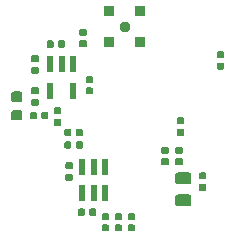
<source format=gbr>
G04 #@! TF.GenerationSoftware,KiCad,Pcbnew,5.99.0-unknown-4135f0c~100~ubuntu18.04.1*
G04 #@! TF.CreationDate,2019-10-31T11:44:58-04:00*
G04 #@! TF.ProjectId,tia,7469612e-6b69-4636-9164-5f7063625858,rev?*
G04 #@! TF.SameCoordinates,Original*
G04 #@! TF.FileFunction,Paste,Top*
G04 #@! TF.FilePolarity,Positive*
%FSLAX46Y46*%
G04 Gerber Fmt 4.6, Leading zero omitted, Abs format (unit mm)*
G04 Created by KiCad (PCBNEW 5.99.0-unknown-4135f0c~100~ubuntu18.04.1) date 2019-10-31 11:44:58*
%MOMM*%
%LPD*%
G04 APERTURE LIST*
%ADD10R,0.558800X1.473200*%
%ADD11R,0.940000X0.940000*%
%ADD12C,0.940000*%
G04 APERTURE END LIST*
G36*
X195383946Y-101741228D02*
G01*
X195431798Y-101773202D01*
X195463772Y-101821054D01*
X195475000Y-101877500D01*
X195475000Y-102222500D01*
X195463772Y-102278946D01*
X195431798Y-102326798D01*
X195383946Y-102358772D01*
X195327500Y-102370000D01*
X195032500Y-102370000D01*
X194976054Y-102358772D01*
X194928202Y-102326798D01*
X194896228Y-102278946D01*
X194885000Y-102222500D01*
X194885000Y-101877500D01*
X194896228Y-101821054D01*
X194928202Y-101773202D01*
X194976054Y-101741228D01*
X195032500Y-101730000D01*
X195327500Y-101730000D01*
X195383946Y-101741228D01*
G37*
G36*
X196353946Y-101741228D02*
G01*
X196401798Y-101773202D01*
X196433772Y-101821054D01*
X196445000Y-101877500D01*
X196445000Y-102222500D01*
X196433772Y-102278946D01*
X196401798Y-102326798D01*
X196353946Y-102358772D01*
X196297500Y-102370000D01*
X196002500Y-102370000D01*
X195946054Y-102358772D01*
X195898202Y-102326798D01*
X195866228Y-102278946D01*
X195855000Y-102222500D01*
X195855000Y-101877500D01*
X195866228Y-101821054D01*
X195898202Y-101773202D01*
X195946054Y-101741228D01*
X196002500Y-101730000D01*
X196297500Y-101730000D01*
X196353946Y-101741228D01*
G37*
D10*
X195600001Y-95242400D03*
X194650000Y-95242400D03*
X193699999Y-95242400D03*
X193699999Y-97477600D03*
X195600001Y-97477600D03*
X196399999Y-106167600D03*
X197350000Y-106167600D03*
X198300001Y-106167600D03*
X198300001Y-103932400D03*
X197350000Y-103932400D03*
X196399999Y-103932400D03*
G36*
X194528946Y-98881228D02*
G01*
X194576798Y-98913202D01*
X194608772Y-98961054D01*
X194620000Y-99017500D01*
X194620000Y-99312500D01*
X194608772Y-99368946D01*
X194576798Y-99416798D01*
X194528946Y-99448772D01*
X194472500Y-99460000D01*
X194127500Y-99460000D01*
X194071054Y-99448772D01*
X194023202Y-99416798D01*
X193991228Y-99368946D01*
X193980000Y-99312500D01*
X193980000Y-99017500D01*
X193991228Y-98961054D01*
X194023202Y-98913202D01*
X194071054Y-98881228D01*
X194127500Y-98870000D01*
X194472500Y-98870000D01*
X194528946Y-98881228D01*
G37*
G36*
X194528946Y-99851228D02*
G01*
X194576798Y-99883202D01*
X194608772Y-99931054D01*
X194620000Y-99987500D01*
X194620000Y-100282500D01*
X194608772Y-100338946D01*
X194576798Y-100386798D01*
X194528946Y-100418772D01*
X194472500Y-100430000D01*
X194127500Y-100430000D01*
X194071054Y-100418772D01*
X194023202Y-100386798D01*
X193991228Y-100338946D01*
X193980000Y-100282500D01*
X193980000Y-99987500D01*
X193991228Y-99931054D01*
X194023202Y-99883202D01*
X194071054Y-99851228D01*
X194127500Y-99840000D01*
X194472500Y-99840000D01*
X194528946Y-99851228D01*
G37*
G36*
X192628946Y-97181228D02*
G01*
X192676798Y-97213202D01*
X192708772Y-97261054D01*
X192720000Y-97317500D01*
X192720000Y-97612500D01*
X192708772Y-97668946D01*
X192676798Y-97716798D01*
X192628946Y-97748772D01*
X192572500Y-97760000D01*
X192227500Y-97760000D01*
X192171054Y-97748772D01*
X192123202Y-97716798D01*
X192091228Y-97668946D01*
X192080000Y-97612500D01*
X192080000Y-97317500D01*
X192091228Y-97261054D01*
X192123202Y-97213202D01*
X192171054Y-97181228D01*
X192227500Y-97170000D01*
X192572500Y-97170000D01*
X192628946Y-97181228D01*
G37*
G36*
X192628946Y-98151228D02*
G01*
X192676798Y-98183202D01*
X192708772Y-98231054D01*
X192720000Y-98287500D01*
X192720000Y-98582500D01*
X192708772Y-98638946D01*
X192676798Y-98686798D01*
X192628946Y-98718772D01*
X192572500Y-98730000D01*
X192227500Y-98730000D01*
X192171054Y-98718772D01*
X192123202Y-98686798D01*
X192091228Y-98638946D01*
X192080000Y-98582500D01*
X192080000Y-98287500D01*
X192091228Y-98231054D01*
X192123202Y-98183202D01*
X192171054Y-98151228D01*
X192227500Y-98140000D01*
X192572500Y-98140000D01*
X192628946Y-98151228D01*
G37*
G36*
X192628946Y-94481228D02*
G01*
X192676798Y-94513202D01*
X192708772Y-94561054D01*
X192720000Y-94617500D01*
X192720000Y-94912500D01*
X192708772Y-94968946D01*
X192676798Y-95016798D01*
X192628946Y-95048772D01*
X192572500Y-95060000D01*
X192227500Y-95060000D01*
X192171054Y-95048772D01*
X192123202Y-95016798D01*
X192091228Y-94968946D01*
X192080000Y-94912500D01*
X192080000Y-94617500D01*
X192091228Y-94561054D01*
X192123202Y-94513202D01*
X192171054Y-94481228D01*
X192227500Y-94470000D01*
X192572500Y-94470000D01*
X192628946Y-94481228D01*
G37*
G36*
X192628946Y-95451228D02*
G01*
X192676798Y-95483202D01*
X192708772Y-95531054D01*
X192720000Y-95587500D01*
X192720000Y-95882500D01*
X192708772Y-95938946D01*
X192676798Y-95986798D01*
X192628946Y-96018772D01*
X192572500Y-96030000D01*
X192227500Y-96030000D01*
X192171054Y-96018772D01*
X192123202Y-95986798D01*
X192091228Y-95938946D01*
X192080000Y-95882500D01*
X192080000Y-95587500D01*
X192091228Y-95531054D01*
X192123202Y-95483202D01*
X192171054Y-95451228D01*
X192227500Y-95440000D01*
X192572500Y-95440000D01*
X192628946Y-95451228D01*
G37*
G36*
X204818946Y-102221228D02*
G01*
X204866798Y-102253202D01*
X204898772Y-102301054D01*
X204910000Y-102357500D01*
X204910000Y-102652500D01*
X204898772Y-102708946D01*
X204866798Y-102756798D01*
X204818946Y-102788772D01*
X204762500Y-102800000D01*
X204417500Y-102800000D01*
X204361054Y-102788772D01*
X204313202Y-102756798D01*
X204281228Y-102708946D01*
X204270000Y-102652500D01*
X204270000Y-102357500D01*
X204281228Y-102301054D01*
X204313202Y-102253202D01*
X204361054Y-102221228D01*
X204417500Y-102210000D01*
X204762500Y-102210000D01*
X204818946Y-102221228D01*
G37*
G36*
X204818946Y-103191228D02*
G01*
X204866798Y-103223202D01*
X204898772Y-103271054D01*
X204910000Y-103327500D01*
X204910000Y-103622500D01*
X204898772Y-103678946D01*
X204866798Y-103726798D01*
X204818946Y-103758772D01*
X204762500Y-103770000D01*
X204417500Y-103770000D01*
X204361054Y-103758772D01*
X204313202Y-103726798D01*
X204281228Y-103678946D01*
X204270000Y-103622500D01*
X204270000Y-103327500D01*
X204281228Y-103271054D01*
X204313202Y-103223202D01*
X204361054Y-103191228D01*
X204417500Y-103180000D01*
X204762500Y-103180000D01*
X204818946Y-103191228D01*
G37*
G36*
X193438946Y-99241228D02*
G01*
X193486798Y-99273202D01*
X193518772Y-99321054D01*
X193530000Y-99377500D01*
X193530000Y-99722500D01*
X193518772Y-99778946D01*
X193486798Y-99826798D01*
X193438946Y-99858772D01*
X193382500Y-99870000D01*
X193087500Y-99870000D01*
X193031054Y-99858772D01*
X192983202Y-99826798D01*
X192951228Y-99778946D01*
X192940000Y-99722500D01*
X192940000Y-99377500D01*
X192951228Y-99321054D01*
X192983202Y-99273202D01*
X193031054Y-99241228D01*
X193087500Y-99230000D01*
X193382500Y-99230000D01*
X193438946Y-99241228D01*
G37*
G36*
X192468946Y-99241228D02*
G01*
X192516798Y-99273202D01*
X192548772Y-99321054D01*
X192560000Y-99377500D01*
X192560000Y-99722500D01*
X192548772Y-99778946D01*
X192516798Y-99826798D01*
X192468946Y-99858772D01*
X192412500Y-99870000D01*
X192117500Y-99870000D01*
X192061054Y-99858772D01*
X192013202Y-99826798D01*
X191981228Y-99778946D01*
X191970000Y-99722500D01*
X191970000Y-99377500D01*
X191981228Y-99321054D01*
X192013202Y-99273202D01*
X192061054Y-99241228D01*
X192117500Y-99230000D01*
X192412500Y-99230000D01*
X192468946Y-99241228D01*
G37*
G36*
X206808946Y-105361228D02*
G01*
X206856798Y-105393202D01*
X206888772Y-105441054D01*
X206900000Y-105497500D01*
X206900000Y-105792500D01*
X206888772Y-105848946D01*
X206856798Y-105896798D01*
X206808946Y-105928772D01*
X206752500Y-105940000D01*
X206407500Y-105940000D01*
X206351054Y-105928772D01*
X206303202Y-105896798D01*
X206271228Y-105848946D01*
X206260000Y-105792500D01*
X206260000Y-105497500D01*
X206271228Y-105441054D01*
X206303202Y-105393202D01*
X206351054Y-105361228D01*
X206407500Y-105350000D01*
X206752500Y-105350000D01*
X206808946Y-105361228D01*
G37*
G36*
X206808946Y-104391228D02*
G01*
X206856798Y-104423202D01*
X206888772Y-104471054D01*
X206900000Y-104527500D01*
X206900000Y-104822500D01*
X206888772Y-104878946D01*
X206856798Y-104926798D01*
X206808946Y-104958772D01*
X206752500Y-104970000D01*
X206407500Y-104970000D01*
X206351054Y-104958772D01*
X206303202Y-104926798D01*
X206271228Y-104878946D01*
X206260000Y-104822500D01*
X206260000Y-104527500D01*
X206271228Y-104471054D01*
X206303202Y-104423202D01*
X206351054Y-104391228D01*
X206407500Y-104380000D01*
X206752500Y-104380000D01*
X206808946Y-104391228D01*
G37*
G36*
X200778946Y-107831228D02*
G01*
X200826798Y-107863202D01*
X200858772Y-107911054D01*
X200870000Y-107967500D01*
X200870000Y-108262500D01*
X200858772Y-108318946D01*
X200826798Y-108366798D01*
X200778946Y-108398772D01*
X200722500Y-108410000D01*
X200377500Y-108410000D01*
X200321054Y-108398772D01*
X200273202Y-108366798D01*
X200241228Y-108318946D01*
X200230000Y-108262500D01*
X200230000Y-107967500D01*
X200241228Y-107911054D01*
X200273202Y-107863202D01*
X200321054Y-107831228D01*
X200377500Y-107820000D01*
X200722500Y-107820000D01*
X200778946Y-107831228D01*
G37*
G36*
X200778946Y-108801228D02*
G01*
X200826798Y-108833202D01*
X200858772Y-108881054D01*
X200870000Y-108937500D01*
X200870000Y-109232500D01*
X200858772Y-109288946D01*
X200826798Y-109336798D01*
X200778946Y-109368772D01*
X200722500Y-109380000D01*
X200377500Y-109380000D01*
X200321054Y-109368772D01*
X200273202Y-109336798D01*
X200241228Y-109288946D01*
X200230000Y-109232500D01*
X200230000Y-108937500D01*
X200241228Y-108881054D01*
X200273202Y-108833202D01*
X200321054Y-108801228D01*
X200377500Y-108790000D01*
X200722500Y-108790000D01*
X200778946Y-108801228D01*
G37*
G36*
X196678946Y-92231228D02*
G01*
X196726798Y-92263202D01*
X196758772Y-92311054D01*
X196770000Y-92367500D01*
X196770000Y-92662500D01*
X196758772Y-92718946D01*
X196726798Y-92766798D01*
X196678946Y-92798772D01*
X196622500Y-92810000D01*
X196277500Y-92810000D01*
X196221054Y-92798772D01*
X196173202Y-92766798D01*
X196141228Y-92718946D01*
X196130000Y-92662500D01*
X196130000Y-92367500D01*
X196141228Y-92311054D01*
X196173202Y-92263202D01*
X196221054Y-92231228D01*
X196277500Y-92220000D01*
X196622500Y-92220000D01*
X196678946Y-92231228D01*
G37*
G36*
X196678946Y-93201228D02*
G01*
X196726798Y-93233202D01*
X196758772Y-93281054D01*
X196770000Y-93337500D01*
X196770000Y-93632500D01*
X196758772Y-93688946D01*
X196726798Y-93736798D01*
X196678946Y-93768772D01*
X196622500Y-93780000D01*
X196277500Y-93780000D01*
X196221054Y-93768772D01*
X196173202Y-93736798D01*
X196141228Y-93688946D01*
X196130000Y-93632500D01*
X196130000Y-93337500D01*
X196141228Y-93281054D01*
X196173202Y-93233202D01*
X196221054Y-93201228D01*
X196277500Y-93190000D01*
X196622500Y-93190000D01*
X196678946Y-93201228D01*
G37*
D11*
X198680000Y-90720000D03*
X201320000Y-90720000D03*
X201320000Y-93360000D03*
X198680000Y-93360000D03*
D12*
X200000000Y-92040000D03*
G36*
X191189962Y-97541651D02*
G01*
X191260930Y-97589070D01*
X191308349Y-97660038D01*
X191325000Y-97743750D01*
X191325000Y-98181250D01*
X191308349Y-98264962D01*
X191260930Y-98335930D01*
X191189962Y-98383349D01*
X191106250Y-98400000D01*
X190593750Y-98400000D01*
X190510038Y-98383349D01*
X190439070Y-98335930D01*
X190391651Y-98264962D01*
X190375000Y-98181250D01*
X190375000Y-97743750D01*
X190391651Y-97660038D01*
X190439070Y-97589070D01*
X190510038Y-97541651D01*
X190593750Y-97525000D01*
X191106250Y-97525000D01*
X191189962Y-97541651D01*
G37*
G36*
X191189962Y-99116651D02*
G01*
X191260930Y-99164070D01*
X191308349Y-99235038D01*
X191325000Y-99318750D01*
X191325000Y-99756250D01*
X191308349Y-99839962D01*
X191260930Y-99910930D01*
X191189962Y-99958349D01*
X191106250Y-99975000D01*
X190593750Y-99975000D01*
X190510038Y-99958349D01*
X190439070Y-99910930D01*
X190391651Y-99839962D01*
X190375000Y-99756250D01*
X190375000Y-99318750D01*
X190391651Y-99235038D01*
X190439070Y-99164070D01*
X190510038Y-99116651D01*
X190593750Y-99100000D01*
X191106250Y-99100000D01*
X191189962Y-99116651D01*
G37*
G36*
X197228946Y-97201228D02*
G01*
X197276798Y-97233202D01*
X197308772Y-97281054D01*
X197320000Y-97337500D01*
X197320000Y-97632500D01*
X197308772Y-97688946D01*
X197276798Y-97736798D01*
X197228946Y-97768772D01*
X197172500Y-97780000D01*
X196827500Y-97780000D01*
X196771054Y-97768772D01*
X196723202Y-97736798D01*
X196691228Y-97688946D01*
X196680000Y-97632500D01*
X196680000Y-97337500D01*
X196691228Y-97281054D01*
X196723202Y-97233202D01*
X196771054Y-97201228D01*
X196827500Y-97190000D01*
X197172500Y-97190000D01*
X197228946Y-97201228D01*
G37*
G36*
X197228946Y-96231228D02*
G01*
X197276798Y-96263202D01*
X197308772Y-96311054D01*
X197320000Y-96367500D01*
X197320000Y-96662500D01*
X197308772Y-96718946D01*
X197276798Y-96766798D01*
X197228946Y-96798772D01*
X197172500Y-96810000D01*
X196827500Y-96810000D01*
X196771054Y-96798772D01*
X196723202Y-96766798D01*
X196691228Y-96718946D01*
X196680000Y-96662500D01*
X196680000Y-96367500D01*
X196691228Y-96311054D01*
X196723202Y-96263202D01*
X196771054Y-96231228D01*
X196827500Y-96220000D01*
X197172500Y-96220000D01*
X197228946Y-96231228D01*
G37*
G36*
X194838946Y-93191228D02*
G01*
X194886798Y-93223202D01*
X194918772Y-93271054D01*
X194930000Y-93327500D01*
X194930000Y-93672500D01*
X194918772Y-93728946D01*
X194886798Y-93776798D01*
X194838946Y-93808772D01*
X194782500Y-93820000D01*
X194487500Y-93820000D01*
X194431054Y-93808772D01*
X194383202Y-93776798D01*
X194351228Y-93728946D01*
X194340000Y-93672500D01*
X194340000Y-93327500D01*
X194351228Y-93271054D01*
X194383202Y-93223202D01*
X194431054Y-93191228D01*
X194487500Y-93180000D01*
X194782500Y-93180000D01*
X194838946Y-93191228D01*
G37*
G36*
X193868946Y-93191228D02*
G01*
X193916798Y-93223202D01*
X193948772Y-93271054D01*
X193960000Y-93327500D01*
X193960000Y-93672500D01*
X193948772Y-93728946D01*
X193916798Y-93776798D01*
X193868946Y-93808772D01*
X193812500Y-93820000D01*
X193517500Y-93820000D01*
X193461054Y-93808772D01*
X193413202Y-93776798D01*
X193381228Y-93728946D01*
X193370000Y-93672500D01*
X193370000Y-93327500D01*
X193381228Y-93271054D01*
X193413202Y-93223202D01*
X193461054Y-93191228D01*
X193517500Y-93180000D01*
X193812500Y-93180000D01*
X193868946Y-93191228D01*
G37*
G36*
X208328946Y-95101228D02*
G01*
X208376798Y-95133202D01*
X208408772Y-95181054D01*
X208420000Y-95237500D01*
X208420000Y-95532500D01*
X208408772Y-95588946D01*
X208376798Y-95636798D01*
X208328946Y-95668772D01*
X208272500Y-95680000D01*
X207927500Y-95680000D01*
X207871054Y-95668772D01*
X207823202Y-95636798D01*
X207791228Y-95588946D01*
X207780000Y-95532500D01*
X207780000Y-95237500D01*
X207791228Y-95181054D01*
X207823202Y-95133202D01*
X207871054Y-95101228D01*
X207927500Y-95090000D01*
X208272500Y-95090000D01*
X208328946Y-95101228D01*
G37*
G36*
X208328946Y-94131228D02*
G01*
X208376798Y-94163202D01*
X208408772Y-94211054D01*
X208420000Y-94267500D01*
X208420000Y-94562500D01*
X208408772Y-94618946D01*
X208376798Y-94666798D01*
X208328946Y-94698772D01*
X208272500Y-94710000D01*
X207927500Y-94710000D01*
X207871054Y-94698772D01*
X207823202Y-94666798D01*
X207791228Y-94618946D01*
X207780000Y-94562500D01*
X207780000Y-94267500D01*
X207791228Y-94211054D01*
X207823202Y-94163202D01*
X207871054Y-94131228D01*
X207927500Y-94120000D01*
X208272500Y-94120000D01*
X208328946Y-94131228D01*
G37*
G36*
X197488946Y-107441228D02*
G01*
X197536798Y-107473202D01*
X197568772Y-107521054D01*
X197580000Y-107577500D01*
X197580000Y-107922500D01*
X197568772Y-107978946D01*
X197536798Y-108026798D01*
X197488946Y-108058772D01*
X197432500Y-108070000D01*
X197137500Y-108070000D01*
X197081054Y-108058772D01*
X197033202Y-108026798D01*
X197001228Y-107978946D01*
X196990000Y-107922500D01*
X196990000Y-107577500D01*
X197001228Y-107521054D01*
X197033202Y-107473202D01*
X197081054Y-107441228D01*
X197137500Y-107430000D01*
X197432500Y-107430000D01*
X197488946Y-107441228D01*
G37*
G36*
X196518946Y-107441228D02*
G01*
X196566798Y-107473202D01*
X196598772Y-107521054D01*
X196610000Y-107577500D01*
X196610000Y-107922500D01*
X196598772Y-107978946D01*
X196566798Y-108026798D01*
X196518946Y-108058772D01*
X196462500Y-108070000D01*
X196167500Y-108070000D01*
X196111054Y-108058772D01*
X196063202Y-108026798D01*
X196031228Y-107978946D01*
X196020000Y-107922500D01*
X196020000Y-107577500D01*
X196031228Y-107521054D01*
X196063202Y-107473202D01*
X196111054Y-107441228D01*
X196167500Y-107430000D01*
X196462500Y-107430000D01*
X196518946Y-107441228D01*
G37*
G36*
X199678946Y-107831228D02*
G01*
X199726798Y-107863202D01*
X199758772Y-107911054D01*
X199770000Y-107967500D01*
X199770000Y-108262500D01*
X199758772Y-108318946D01*
X199726798Y-108366798D01*
X199678946Y-108398772D01*
X199622500Y-108410000D01*
X199277500Y-108410000D01*
X199221054Y-108398772D01*
X199173202Y-108366798D01*
X199141228Y-108318946D01*
X199130000Y-108262500D01*
X199130000Y-107967500D01*
X199141228Y-107911054D01*
X199173202Y-107863202D01*
X199221054Y-107831228D01*
X199277500Y-107820000D01*
X199622500Y-107820000D01*
X199678946Y-107831228D01*
G37*
G36*
X199678946Y-108801228D02*
G01*
X199726798Y-108833202D01*
X199758772Y-108881054D01*
X199770000Y-108937500D01*
X199770000Y-109232500D01*
X199758772Y-109288946D01*
X199726798Y-109336798D01*
X199678946Y-109368772D01*
X199622500Y-109380000D01*
X199277500Y-109380000D01*
X199221054Y-109368772D01*
X199173202Y-109336798D01*
X199141228Y-109288946D01*
X199130000Y-109232500D01*
X199130000Y-108937500D01*
X199141228Y-108881054D01*
X199173202Y-108833202D01*
X199221054Y-108801228D01*
X199277500Y-108790000D01*
X199622500Y-108790000D01*
X199678946Y-108801228D01*
G37*
G36*
X198578946Y-107831228D02*
G01*
X198626798Y-107863202D01*
X198658772Y-107911054D01*
X198670000Y-107967500D01*
X198670000Y-108262500D01*
X198658772Y-108318946D01*
X198626798Y-108366798D01*
X198578946Y-108398772D01*
X198522500Y-108410000D01*
X198177500Y-108410000D01*
X198121054Y-108398772D01*
X198073202Y-108366798D01*
X198041228Y-108318946D01*
X198030000Y-108262500D01*
X198030000Y-107967500D01*
X198041228Y-107911054D01*
X198073202Y-107863202D01*
X198121054Y-107831228D01*
X198177500Y-107820000D01*
X198522500Y-107820000D01*
X198578946Y-107831228D01*
G37*
G36*
X198578946Y-108801228D02*
G01*
X198626798Y-108833202D01*
X198658772Y-108881054D01*
X198670000Y-108937500D01*
X198670000Y-109232500D01*
X198658772Y-109288946D01*
X198626798Y-109336798D01*
X198578946Y-109368772D01*
X198522500Y-109380000D01*
X198177500Y-109380000D01*
X198121054Y-109368772D01*
X198073202Y-109336798D01*
X198041228Y-109288946D01*
X198030000Y-109232500D01*
X198030000Y-108937500D01*
X198041228Y-108881054D01*
X198073202Y-108833202D01*
X198121054Y-108801228D01*
X198177500Y-108790000D01*
X198522500Y-108790000D01*
X198578946Y-108801228D01*
G37*
G36*
X204928946Y-99731228D02*
G01*
X204976798Y-99763202D01*
X205008772Y-99811054D01*
X205020000Y-99867500D01*
X205020000Y-100162500D01*
X205008772Y-100218946D01*
X204976798Y-100266798D01*
X204928946Y-100298772D01*
X204872500Y-100310000D01*
X204527500Y-100310000D01*
X204471054Y-100298772D01*
X204423202Y-100266798D01*
X204391228Y-100218946D01*
X204380000Y-100162500D01*
X204380000Y-99867500D01*
X204391228Y-99811054D01*
X204423202Y-99763202D01*
X204471054Y-99731228D01*
X204527500Y-99720000D01*
X204872500Y-99720000D01*
X204928946Y-99731228D01*
G37*
G36*
X204928946Y-100701228D02*
G01*
X204976798Y-100733202D01*
X205008772Y-100781054D01*
X205020000Y-100837500D01*
X205020000Y-101132500D01*
X205008772Y-101188946D01*
X204976798Y-101236798D01*
X204928946Y-101268772D01*
X204872500Y-101280000D01*
X204527500Y-101280000D01*
X204471054Y-101268772D01*
X204423202Y-101236798D01*
X204391228Y-101188946D01*
X204380000Y-101132500D01*
X204380000Y-100837500D01*
X204391228Y-100781054D01*
X204423202Y-100733202D01*
X204471054Y-100701228D01*
X204527500Y-100690000D01*
X204872500Y-100690000D01*
X204928946Y-100701228D01*
G37*
G36*
X195513946Y-104501228D02*
G01*
X195561798Y-104533202D01*
X195593772Y-104581054D01*
X195605000Y-104637500D01*
X195605000Y-104932500D01*
X195593772Y-104988946D01*
X195561798Y-105036798D01*
X195513946Y-105068772D01*
X195457500Y-105080000D01*
X195112500Y-105080000D01*
X195056054Y-105068772D01*
X195008202Y-105036798D01*
X194976228Y-104988946D01*
X194965000Y-104932500D01*
X194965000Y-104637500D01*
X194976228Y-104581054D01*
X195008202Y-104533202D01*
X195056054Y-104501228D01*
X195112500Y-104490000D01*
X195457500Y-104490000D01*
X195513946Y-104501228D01*
G37*
G36*
X195513946Y-103531228D02*
G01*
X195561798Y-103563202D01*
X195593772Y-103611054D01*
X195605000Y-103667500D01*
X195605000Y-103962500D01*
X195593772Y-104018946D01*
X195561798Y-104066798D01*
X195513946Y-104098772D01*
X195457500Y-104110000D01*
X195112500Y-104110000D01*
X195056054Y-104098772D01*
X195008202Y-104066798D01*
X194976228Y-104018946D01*
X194965000Y-103962500D01*
X194965000Y-103667500D01*
X194976228Y-103611054D01*
X195008202Y-103563202D01*
X195056054Y-103531228D01*
X195112500Y-103520000D01*
X195457500Y-103520000D01*
X195513946Y-103531228D01*
G37*
G36*
X205489529Y-106268554D02*
G01*
X205568607Y-106321393D01*
X205621446Y-106400471D01*
X205640000Y-106493750D01*
X205640000Y-106981250D01*
X205621446Y-107074529D01*
X205568607Y-107153607D01*
X205489529Y-107206446D01*
X205396250Y-107225000D01*
X204483750Y-107225000D01*
X204390471Y-107206446D01*
X204311393Y-107153607D01*
X204258554Y-107074529D01*
X204240000Y-106981250D01*
X204240000Y-106493750D01*
X204258554Y-106400471D01*
X204311393Y-106321393D01*
X204390471Y-106268554D01*
X204483750Y-106250000D01*
X205396250Y-106250000D01*
X205489529Y-106268554D01*
G37*
G36*
X205489529Y-104393554D02*
G01*
X205568607Y-104446393D01*
X205621446Y-104525471D01*
X205640000Y-104618750D01*
X205640000Y-105106250D01*
X205621446Y-105199529D01*
X205568607Y-105278607D01*
X205489529Y-105331446D01*
X205396250Y-105350000D01*
X204483750Y-105350000D01*
X204390471Y-105331446D01*
X204311393Y-105278607D01*
X204258554Y-105199529D01*
X204240000Y-105106250D01*
X204240000Y-104618750D01*
X204258554Y-104525471D01*
X204311393Y-104446393D01*
X204390471Y-104393554D01*
X204483750Y-104375000D01*
X205396250Y-104375000D01*
X205489529Y-104393554D01*
G37*
G36*
X196353946Y-100691228D02*
G01*
X196401798Y-100723202D01*
X196433772Y-100771054D01*
X196445000Y-100827500D01*
X196445000Y-101172500D01*
X196433772Y-101228946D01*
X196401798Y-101276798D01*
X196353946Y-101308772D01*
X196297500Y-101320000D01*
X196002500Y-101320000D01*
X195946054Y-101308772D01*
X195898202Y-101276798D01*
X195866228Y-101228946D01*
X195855000Y-101172500D01*
X195855000Y-100827500D01*
X195866228Y-100771054D01*
X195898202Y-100723202D01*
X195946054Y-100691228D01*
X196002500Y-100680000D01*
X196297500Y-100680000D01*
X196353946Y-100691228D01*
G37*
G36*
X195383946Y-100691228D02*
G01*
X195431798Y-100723202D01*
X195463772Y-100771054D01*
X195475000Y-100827500D01*
X195475000Y-101172500D01*
X195463772Y-101228946D01*
X195431798Y-101276798D01*
X195383946Y-101308772D01*
X195327500Y-101320000D01*
X195032500Y-101320000D01*
X194976054Y-101308772D01*
X194928202Y-101276798D01*
X194896228Y-101228946D01*
X194885000Y-101172500D01*
X194885000Y-100827500D01*
X194896228Y-100771054D01*
X194928202Y-100723202D01*
X194976054Y-100691228D01*
X195032500Y-100680000D01*
X195327500Y-100680000D01*
X195383946Y-100691228D01*
G37*
G36*
X203618946Y-102231228D02*
G01*
X203666798Y-102263202D01*
X203698772Y-102311054D01*
X203710000Y-102367500D01*
X203710000Y-102662500D01*
X203698772Y-102718946D01*
X203666798Y-102766798D01*
X203618946Y-102798772D01*
X203562500Y-102810000D01*
X203217500Y-102810000D01*
X203161054Y-102798772D01*
X203113202Y-102766798D01*
X203081228Y-102718946D01*
X203070000Y-102662500D01*
X203070000Y-102367500D01*
X203081228Y-102311054D01*
X203113202Y-102263202D01*
X203161054Y-102231228D01*
X203217500Y-102220000D01*
X203562500Y-102220000D01*
X203618946Y-102231228D01*
G37*
G36*
X203618946Y-103201228D02*
G01*
X203666798Y-103233202D01*
X203698772Y-103281054D01*
X203710000Y-103337500D01*
X203710000Y-103632500D01*
X203698772Y-103688946D01*
X203666798Y-103736798D01*
X203618946Y-103768772D01*
X203562500Y-103780000D01*
X203217500Y-103780000D01*
X203161054Y-103768772D01*
X203113202Y-103736798D01*
X203081228Y-103688946D01*
X203070000Y-103632500D01*
X203070000Y-103337500D01*
X203081228Y-103281054D01*
X203113202Y-103233202D01*
X203161054Y-103201228D01*
X203217500Y-103190000D01*
X203562500Y-103190000D01*
X203618946Y-103201228D01*
G37*
M02*

</source>
